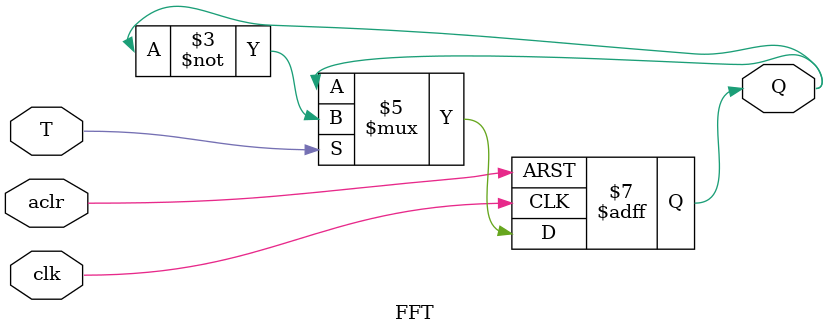
<source format=v>
module FFT(input T, clk, aclr, 
				output reg Q);
		
	always @(posedge clk, negedge aclr)
		if(!aclr)  Q<=1'b0;
		else if(T) Q<=~Q;
		else 		  Q<=Q;
		
endmodule

</source>
